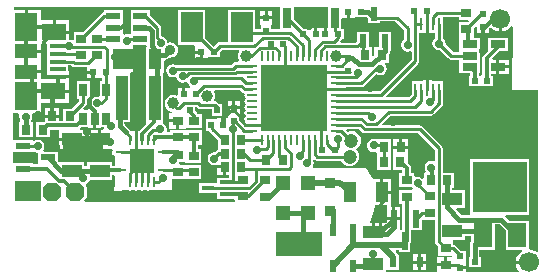
<source format=gtl>
G04 Layer_Physical_Order=1*
G04 Layer_Color=255*
%FSLAX25Y25*%
%MOIN*%
G70*
G01*
G75*
%ADD10R,0.03543X0.03150*%
%ADD11R,0.03150X0.03543*%
%ADD12R,0.06693X0.04331*%
%ADD13R,0.04331X0.06693*%
%ADD14O,0.00984X0.03543*%
%ADD15O,0.03543X0.00984*%
%ADD16R,0.22441X0.22441*%
%ADD17R,0.02559X0.04331*%
%ADD18R,0.02362X0.04528*%
%ADD19R,0.02756X0.03543*%
%ADD20R,0.05118X0.02756*%
%ADD21R,0.05118X0.02362*%
%ADD22R,0.04331X0.01575*%
%ADD23R,0.03937X0.14961*%
%ADD24R,0.04500X0.04500*%
%ADD25R,0.00984X0.04331*%
%ADD26R,0.02165X0.03937*%
%ADD27O,0.03543X0.00787*%
%ADD28O,0.00787X0.03543*%
%ADD29R,0.08071X0.08071*%
%ADD30R,0.03543X0.03543*%
%ADD31R,0.05433X0.01772*%
%ADD32R,0.08268X0.05807*%
%ADD33R,0.07874X0.05807*%
%ADD34R,0.07480X0.04626*%
%ADD35R,0.07480X0.09350*%
%ADD36R,0.04724X0.02362*%
%ADD37R,0.01969X0.02362*%
%ADD38R,0.02362X0.01969*%
%ADD39R,0.02953X0.07087*%
%ADD40R,0.07480X0.10236*%
%ADD41R,0.06299X0.07874*%
%ADD42R,0.18110X0.16929*%
%ADD43R,0.02165X0.05906*%
%ADD44R,0.02480X0.03268*%
%ADD45C,0.00984*%
%ADD46C,0.01575*%
%ADD47C,0.01181*%
%ADD48C,0.01969*%
%ADD49R,0.13780X0.06496*%
%ADD50R,0.07480X0.06890*%
%ADD51C,0.06693*%
%ADD52C,0.03937*%
%ADD53C,0.04724*%
%ADD54R,0.09055X0.07087*%
%ADD55R,0.15748X0.07874*%
G04:AMPARAMS|DCode=56|XSize=59.06mil|YSize=59.06mil|CornerRadius=0mil|HoleSize=0mil|Usage=FLASHONLY|Rotation=90.000|XOffset=0mil|YOffset=0mil|HoleType=Round|Shape=Octagon|*
%AMOCTAGOND56*
4,1,8,0.01476,0.02953,-0.01476,0.02953,-0.02953,0.01476,-0.02953,-0.01476,-0.01476,-0.02953,0.01476,-0.02953,0.02953,-0.01476,0.02953,0.01476,0.01476,0.02953,0.0*
%
%ADD56OCTAGOND56*%

%ADD57C,0.02756*%
%ADD58C,0.01969*%
%ADD59C,0.03543*%
G36*
X12244Y-15748D02*
Y-18307D01*
Y-22425D01*
X12032D01*
Y-23811D01*
X15748D01*
X19465D01*
Y-22425D01*
X19252D01*
Y-20497D01*
X20271D01*
X20479Y-20706D01*
X20903Y-20989D01*
X21402Y-21088D01*
X25398D01*
Y-22335D01*
X27579D01*
Y-22835D01*
X28079D01*
Y-24819D01*
X29760D01*
Y-24819D01*
X29902Y-24606D01*
X30487D01*
Y-25787D01*
X29724D01*
Y-30607D01*
X29338Y-30925D01*
X29037Y-30865D01*
X28192Y-31033D01*
X27476Y-31511D01*
X26997Y-32228D01*
X26829Y-33073D01*
X26997Y-33917D01*
X27402Y-34524D01*
X27228Y-35024D01*
X25772D01*
Y-35236D01*
X24545D01*
X24354Y-34774D01*
X25234Y-33895D01*
X25516Y-33472D01*
X25616Y-32972D01*
Y-31693D01*
X26378D01*
Y-25787D01*
X22244D01*
Y-31693D01*
X23006D01*
Y-32432D01*
X20498Y-34941D01*
X17618D01*
Y-39048D01*
X16256D01*
Y-38000D01*
X13878D01*
X11500D01*
Y-39332D01*
X11443Y-39370D01*
X8465D01*
Y-44488D01*
X13189D01*
Y-41858D01*
X15747D01*
X16224Y-41913D01*
X16224Y-42358D01*
Y-44579D01*
X24917D01*
Y-41913D01*
X23367D01*
X23170Y-41443D01*
X23452Y-41142D01*
X25772D01*
Y-41354D01*
X27551D01*
Y-38189D01*
X28551D01*
Y-41354D01*
X30331D01*
Y-41142D01*
X31049D01*
X31210Y-41452D01*
X30913Y-41913D01*
X30323D01*
Y-45079D01*
Y-48244D01*
X33836D01*
X34103Y-48744D01*
X34022Y-48866D01*
X33914Y-49409D01*
X34022Y-49953D01*
X34330Y-50414D01*
X34752Y-50696D01*
X34749Y-54107D01*
X33957D01*
Y-52756D01*
X25689D01*
Y-54103D01*
X24705D01*
Y-52756D01*
X16437D01*
X16437Y-52756D01*
Y-52756D01*
X16029Y-52538D01*
X15748Y-52257D01*
Y-49213D01*
X11177D01*
X10910Y-48713D01*
X11194Y-48288D01*
X11362Y-47443D01*
X11194Y-46598D01*
X10715Y-45882D01*
X9999Y-45404D01*
X9154Y-45235D01*
X8309Y-45404D01*
X7980Y-45623D01*
X7480Y-45472D01*
Y-45472D01*
X7480Y-45472D01*
X1302D01*
X949Y-45118D01*
X975Y-36482D01*
X2704D01*
X3033Y-36982D01*
X2910Y-37598D01*
X3078Y-38443D01*
X3364Y-38870D01*
X3096Y-39370D01*
X2953D01*
Y-44488D01*
X7677D01*
Y-39370D01*
X6921D01*
Y-38798D01*
X7158Y-38443D01*
X7326Y-37598D01*
X7203Y-36982D01*
X7532Y-36482D01*
X10055D01*
Y-32939D01*
X13870D01*
Y-29035D01*
X14370D01*
Y-28535D01*
X19504D01*
Y-25132D01*
X19465D01*
Y-24811D01*
X15748D01*
X12032D01*
Y-25132D01*
X10055D01*
Y-23039D01*
X5315D01*
Y-22039D01*
X10055D01*
Y-19226D01*
X10055D01*
Y-19160D01*
X10055D01*
Y-16346D01*
X5315D01*
Y-15347D01*
X10055D01*
Y-13254D01*
X12244D01*
Y-15748D01*
D02*
G37*
G36*
X141510Y-79232D02*
X141610Y-79732D01*
X141893Y-80155D01*
X142520Y-80782D01*
Y-83858D01*
X147128D01*
X147403Y-84358D01*
X147356Y-84433D01*
X145579D01*
Y-87008D01*
X145079D01*
Y-87508D01*
X142307D01*
Y-89468D01*
X125098D01*
Y-88610D01*
X125571Y-88543D01*
Y-88543D01*
X129626D01*
Y-83701D01*
X129287D01*
X129267Y-83600D01*
X128876Y-83014D01*
X128445Y-82583D01*
X128636Y-82121D01*
X129626D01*
Y-82776D01*
X133366D01*
Y-79601D01*
X133385Y-79573D01*
X133492Y-79035D01*
Y-75295D01*
X137106D01*
Y-72506D01*
X137205Y-72047D01*
X141510D01*
Y-79232D01*
D02*
G37*
G36*
X113118Y-4543D02*
X114799D01*
Y-4543D01*
X114941Y-4331D01*
X118792D01*
X119291Y-4830D01*
Y-6496D01*
X123228D01*
Y-5832D01*
X128298D01*
X131176Y-8710D01*
Y-11949D01*
X130919Y-12120D01*
X130441Y-12836D01*
X130272Y-13681D01*
X130441Y-14526D01*
X130919Y-15242D01*
X131635Y-15721D01*
X132480Y-15889D01*
X133235Y-15739D01*
X133735Y-16003D01*
Y-18456D01*
X123082Y-29109D01*
X111742D01*
X111607Y-28945D01*
X108563D01*
Y-27945D01*
X111607D01*
X111742Y-27781D01*
X117027D01*
X117527Y-27682D01*
X117950Y-27399D01*
X122006Y-23343D01*
X122383Y-23595D01*
X123228Y-23763D01*
X124073Y-23595D01*
X124790Y-23116D01*
X125268Y-22400D01*
X125436Y-21555D01*
X125268Y-20710D01*
X124851Y-20087D01*
X125011Y-19587D01*
X126083D01*
Y-16936D01*
X126135Y-16883D01*
X126483Y-16363D01*
X126606Y-15748D01*
X126898Y-15354D01*
X126969D01*
Y-9252D01*
X123031D01*
Y-14469D01*
X121358D01*
Y-17117D01*
X121008Y-17406D01*
X120571Y-17219D01*
Y-14469D01*
X119488D01*
Y-9252D01*
X115551D01*
Y-12427D01*
X115108Y-12869D01*
X110101D01*
X109910Y-12408D01*
X110155Y-12163D01*
X110390Y-11811D01*
X111201D01*
Y-8268D01*
X110315D01*
Y-4993D01*
X110437Y-4543D01*
X112118D01*
Y-2559D01*
X113118D01*
Y-4543D01*
D02*
G37*
G36*
X8309Y-49483D02*
X9055Y-49631D01*
Y-53150D01*
X8733Y-53516D01*
X7480D01*
Y-52953D01*
X1279D01*
X926Y-52599D01*
X936Y-49409D01*
X7480D01*
X7480Y-49409D01*
Y-49409D01*
X7980Y-49263D01*
X8309Y-49483D01*
D02*
G37*
G36*
X117175Y-42655D02*
X117598Y-42938D01*
X118097Y-43037D01*
X135877D01*
X141510Y-48670D01*
Y-52204D01*
X141010Y-52471D01*
X140263Y-52323D01*
X139418Y-52491D01*
X138702Y-52969D01*
X138223Y-53685D01*
X138055Y-54530D01*
X138223Y-55375D01*
X138441Y-55701D01*
X138173Y-56201D01*
X137795D01*
Y-58053D01*
X137295Y-58218D01*
X136678Y-57806D01*
X135833Y-57638D01*
X135146Y-57775D01*
X134646Y-57479D01*
Y-56398D01*
X133492D01*
Y-54823D01*
X133385Y-54285D01*
X133080Y-53829D01*
X132382Y-53131D01*
Y-50508D01*
X132693D01*
Y-48236D01*
X130118D01*
X127543D01*
Y-50508D01*
X127657D01*
Y-55315D01*
X130592D01*
X130682Y-55405D01*
Y-56398D01*
X129528D01*
Y-61122D01*
X133915D01*
X134122Y-61409D01*
X133917Y-61910D01*
X129528D01*
Y-66634D01*
X130682D01*
Y-75295D01*
X130038D01*
X129839Y-75295D01*
X129839Y-75096D01*
Y-72055D01*
X125673D01*
Y-72683D01*
X125311Y-73016D01*
X121465D01*
Y-76181D01*
X120465D01*
Y-73016D01*
X120164D01*
X119883Y-72602D01*
X121358Y-68898D01*
X121413Y-67142D01*
X123221D01*
Y-62795D01*
Y-58449D01*
X121041D01*
X118701Y-54626D01*
X101034D01*
X100767Y-54126D01*
X101014Y-53756D01*
X101182Y-52911D01*
X101028Y-52139D01*
X101271Y-51897D01*
X101405Y-51808D01*
X101828Y-52091D01*
X102327Y-52190D01*
X110222D01*
X110339Y-52474D01*
X110844Y-53132D01*
X111502Y-53637D01*
X112268Y-53954D01*
X113091Y-54063D01*
X113913Y-53954D01*
X114679Y-53637D01*
X115337Y-53132D01*
X115842Y-52474D01*
X116159Y-51708D01*
X116267Y-50886D01*
X116159Y-50064D01*
X115842Y-49297D01*
X115451Y-48788D01*
X115363Y-48562D01*
X115507Y-48140D01*
X115927Y-47817D01*
X116432Y-47159D01*
X116750Y-46393D01*
X116858Y-45571D01*
X116750Y-44749D01*
X116432Y-43982D01*
X115927Y-43325D01*
X115269Y-42820D01*
X114503Y-42502D01*
X113681Y-42394D01*
X112859Y-42502D01*
X112575Y-42620D01*
X111978Y-42022D01*
X112169Y-41561D01*
X116081D01*
X117175Y-42655D01*
D02*
G37*
G36*
X45444Y-13937D02*
X45484Y-14138D01*
X45374Y-14272D01*
X45374D01*
Y-22539D01*
X45374D01*
X45374Y-22933D01*
X45374D01*
Y-38287D01*
D01*
Y-39469D01*
X45374Y-39469D01*
X45374D01*
X45207Y-39908D01*
X42907Y-42209D01*
X39891D01*
X39869Y-42102D01*
X39521Y-41581D01*
X38210Y-40270D01*
X38091Y-40151D01*
D01*
X38023Y-40083D01*
Y-39469D01*
X39862D01*
Y-38287D01*
D01*
Y-22933D01*
X40287Y-22752D01*
X40862D01*
Y-18905D01*
X37697D01*
Y-17906D01*
X40862D01*
Y-14059D01*
X40862Y-14059D01*
X40919Y-13583D01*
X45125D01*
X45444Y-13937D01*
D02*
G37*
G36*
X149409Y-5315D02*
X152542D01*
X152729Y-5752D01*
X152440Y-6102D01*
X149409D01*
Y-10827D01*
X149686D01*
X149705Y-11319D01*
X149705D01*
Y-15920D01*
X147489D01*
X145061Y-13492D01*
X145121Y-13189D01*
X144953Y-12344D01*
X144474Y-11628D01*
X144218Y-11456D01*
Y-6594D01*
X144193Y-6469D01*
Y-4257D01*
X149409D01*
Y-5315D01*
D02*
G37*
G36*
X163787Y-9239D02*
X164422Y-9156D01*
X165479Y-8718D01*
X166387Y-8021D01*
X166899Y-7355D01*
X167398Y-7525D01*
X167323Y-28543D01*
X175886D01*
X175973Y-82421D01*
X175473Y-82668D01*
X175027Y-82325D01*
X173969Y-81888D01*
X172933Y-81751D01*
Y-72441D01*
X166542D01*
X164877Y-70776D01*
X164919Y-70528D01*
X165059Y-70276D01*
X172933D01*
Y-51772D01*
X153248D01*
Y-70245D01*
X150370D01*
X148599Y-68474D01*
X148790Y-68012D01*
X151476D01*
Y-62106D01*
X147275D01*
Y-61319D01*
X148031D01*
Y-56201D01*
X144120D01*
Y-48130D01*
X144020Y-47631D01*
X143737Y-47207D01*
X137340Y-40810D01*
X136917Y-40527D01*
X136417Y-40428D01*
X124177D01*
X123986Y-39966D01*
X126722Y-37230D01*
X140159D01*
X140659Y-37130D01*
X141082Y-36848D01*
X143836Y-34094D01*
X144119Y-33670D01*
X144218Y-33171D01*
Y-28642D01*
X144193Y-28516D01*
Y-25689D01*
X140469D01*
Y-25476D01*
X139476D01*
Y-28642D01*
X138476D01*
Y-25476D01*
X137484D01*
Y-25689D01*
X133760D01*
Y-28516D01*
X133735Y-28642D01*
Y-30063D01*
X132720Y-31077D01*
X125456D01*
X125265Y-30615D01*
X135962Y-19918D01*
X136245Y-19495D01*
X136344Y-18996D01*
Y-9547D01*
X137484D01*
Y-9760D01*
X138476D01*
Y-6594D01*
X139476D01*
Y-9760D01*
X140469D01*
Y-9547D01*
X141609D01*
Y-11456D01*
X141352Y-11628D01*
X140874Y-12344D01*
X140706Y-13189D01*
X140874Y-14034D01*
X141352Y-14750D01*
X142069Y-15229D01*
X142913Y-15397D01*
X143216Y-15337D01*
X146026Y-18147D01*
X146450Y-18430D01*
X146949Y-18529D01*
X149705D01*
Y-23130D01*
X153230D01*
X153339Y-23239D01*
Y-23917D01*
X152776D01*
Y-27461D01*
X156567D01*
X157067Y-27461D01*
X157213Y-27461D01*
X161004D01*
Y-23917D01*
X160165D01*
Y-23343D01*
X162000D01*
Y-20965D01*
Y-18587D01*
X160856D01*
X160649Y-18087D01*
X163086Y-15650D01*
X165847D01*
Y-11319D01*
X159153D01*
Y-15608D01*
X157766Y-16996D01*
X157462Y-17451D01*
X157355Y-17989D01*
Y-23476D01*
X156855Y-23917D01*
X156649D01*
X156149Y-23719D01*
Y-23130D01*
X156398D01*
Y-19390D01*
Y-15650D01*
Y-11319D01*
X154547D01*
X154528Y-10827D01*
X154528D01*
Y-7991D01*
X155132Y-7386D01*
X155595Y-7577D01*
Y-9839D01*
X157079D01*
Y-7658D01*
X158079D01*
Y-9839D01*
X159563D01*
Y-7985D01*
X160036Y-7824D01*
X160187Y-8021D01*
X161095Y-8718D01*
X162153Y-9156D01*
X162787Y-9239D01*
Y-4921D01*
X163787D01*
Y-9239D01*
D02*
G37*
G36*
X165059Y-75499D02*
Y-81890D01*
X170484D01*
X170559Y-82390D01*
X169735Y-83022D01*
X169038Y-83930D01*
X168600Y-84987D01*
X168517Y-85622D01*
X172835D01*
Y-86622D01*
X168517D01*
X168600Y-87257D01*
X169038Y-88314D01*
X169540Y-88968D01*
X169294Y-89468D01*
X151984D01*
Y-88492D01*
X149803D01*
Y-87492D01*
X151984D01*
Y-86008D01*
X151984D01*
X151772Y-85827D01*
Y-82284D01*
X150270D01*
X148560Y-80574D01*
X148137Y-80291D01*
X147638Y-80191D01*
Y-79134D01*
X147638D01*
X147657Y-78642D01*
X151476D01*
Y-77393D01*
X153642D01*
Y-78832D01*
X153589Y-78884D01*
X153241Y-79405D01*
X153119Y-80020D01*
X153119Y-80020D01*
Y-84252D01*
X152953D01*
Y-87795D01*
X156890D01*
Y-84252D01*
X156330D01*
Y-81890D01*
X161516D01*
Y-73456D01*
X163016D01*
X165059Y-75499D01*
D02*
G37*
G36*
X89882Y-8243D02*
X87008D01*
Y-7239D01*
X87221Y-6827D01*
X87221Y-6557D01*
Y-5146D01*
X83252D01*
Y-6827D01*
X83465Y-7239D01*
Y-8243D01*
X81693D01*
Y-1870D01*
X72638D01*
Y-12672D01*
X69961D01*
X69461Y-12771D01*
X69038Y-13054D01*
X67894Y-14198D01*
X64961Y-11265D01*
Y-1870D01*
X55905D01*
Y-13681D01*
X61127D01*
X61421Y-14059D01*
Y-15543D01*
X63602D01*
Y-16043D01*
X64102D01*
Y-18027D01*
X65784D01*
Y-18028D01*
X65925Y-17815D01*
X69862D01*
Y-15920D01*
X70501Y-15281D01*
X76082D01*
X76328Y-15781D01*
X76136Y-16031D01*
X75858Y-16702D01*
X75764Y-17421D01*
X75858Y-18141D01*
X76117Y-18766D01*
X75986Y-19133D01*
X75920Y-19266D01*
X75232D01*
X74733Y-19366D01*
X74309Y-19648D01*
X73707Y-20251D01*
X55049D01*
X54981Y-20206D01*
X54137Y-20037D01*
X53292Y-20206D01*
X52575Y-20684D01*
X52097Y-21400D01*
X51929Y-22245D01*
X52097Y-23090D01*
X52575Y-23806D01*
X53292Y-24285D01*
X54137Y-24453D01*
X54825Y-24316D01*
X55386Y-24570D01*
X55443Y-24862D01*
X55922Y-25578D01*
X56638Y-26057D01*
X57483Y-26225D01*
X58328Y-26057D01*
X58553Y-25906D01*
X59015Y-26098D01*
X59082Y-26435D01*
X59561Y-27152D01*
X60034Y-27468D01*
X59947Y-27937D01*
X59760Y-27937D01*
X59760Y-27937D01*
X59760Y-27937D01*
X58276D01*
Y-30118D01*
X57276D01*
Y-27937D01*
X55791D01*
Y-30250D01*
X55291Y-30584D01*
X55050Y-30484D01*
X54331Y-30390D01*
X53611Y-30484D01*
X52941Y-30762D01*
X52365Y-31204D01*
X51923Y-31780D01*
X51646Y-32450D01*
X51551Y-33169D01*
X51646Y-33889D01*
X51923Y-34559D01*
X52365Y-35135D01*
X52941Y-35577D01*
X53611Y-35854D01*
X53971Y-35902D01*
X53938Y-36402D01*
X52937D01*
Y-38476D01*
X55709D01*
Y-38976D01*
X56209D01*
Y-41551D01*
X58480D01*
Y-41551D01*
X58661Y-41339D01*
X63779D01*
Y-36614D01*
X62483D01*
X62214Y-36211D01*
X61516Y-35513D01*
Y-34413D01*
X62016Y-34333D01*
X62414Y-34732D01*
X62837Y-35014D01*
X63337Y-35114D01*
X67126D01*
Y-37205D01*
X70669D01*
Y-33268D01*
X69561D01*
X69180Y-32887D01*
X68757Y-32604D01*
X68258Y-32504D01*
X68206D01*
X67997Y-32004D01*
X68236Y-31428D01*
X68331Y-30709D01*
X68236Y-29989D01*
X67958Y-29319D01*
X67842Y-29167D01*
X68088Y-28667D01*
X76428D01*
X77129Y-29367D01*
X77552Y-29650D01*
X77701Y-29680D01*
X78053Y-29874D01*
X78059Y-30250D01*
X78026Y-30413D01*
X78125Y-30913D01*
X78408Y-31336D01*
Y-31459D01*
X78125Y-31883D01*
X78026Y-32382D01*
X78125Y-32881D01*
X78408Y-33304D01*
Y-33428D01*
X78125Y-33851D01*
X78026Y-34350D01*
X78125Y-34850D01*
X78408Y-35273D01*
Y-35396D01*
X78125Y-35820D01*
X78026Y-36319D01*
X78125Y-36818D01*
X78408Y-37241D01*
Y-37365D01*
X78125Y-37788D01*
X78026Y-38287D01*
X78125Y-38787D01*
X78285Y-39026D01*
X78255Y-39180D01*
X77937Y-39656D01*
X77880Y-39725D01*
X77404Y-39830D01*
X76165Y-38592D01*
Y-37270D01*
X76378Y-36858D01*
X76378Y-36588D01*
Y-35177D01*
X72409D01*
Y-36858D01*
X72622Y-37270D01*
Y-37820D01*
X72268Y-38173D01*
X71366D01*
Y-40354D01*
X70366D01*
Y-38173D01*
X68882D01*
Y-38173D01*
X68701Y-38386D01*
X65158D01*
Y-42323D01*
X66244D01*
X66400Y-42556D01*
X69095Y-45250D01*
Y-47293D01*
X69095D01*
Y-48561D01*
X68648Y-48859D01*
X68101Y-49406D01*
X67917Y-49369D01*
X67072Y-49538D01*
X66356Y-50016D01*
X65877Y-50732D01*
X65709Y-51577D01*
X65877Y-52422D01*
X66356Y-53139D01*
X67072Y-53617D01*
X67917Y-53785D01*
X68382Y-53693D01*
X68432Y-53732D01*
X71457D01*
Y-54232D01*
X71957D01*
Y-57004D01*
X73006D01*
Y-57874D01*
X68799D01*
Y-59342D01*
X68799Y-59842D01*
X62894D01*
Y-62992D01*
X68799D01*
X68799Y-63492D01*
Y-64961D01*
X74705D01*
X74902Y-65379D01*
Y-65945D01*
X24767D01*
X24576Y-65483D01*
X25394Y-64665D01*
Y-60925D01*
X25152Y-60684D01*
X25295Y-60120D01*
X25873Y-59733D01*
X26352Y-59017D01*
X26423Y-58661D01*
X33957D01*
Y-57070D01*
X34360Y-56998D01*
X34747Y-57343D01*
X34744Y-60039D01*
X34547Y-62205D01*
X39494Y-62175D01*
X39862Y-62248D01*
X40254Y-62170D01*
X41404Y-62163D01*
X41831Y-62248D01*
X42284Y-62157D01*
X43314Y-62151D01*
X43799Y-62248D01*
X44315Y-62145D01*
X45224Y-62140D01*
X45768Y-62248D01*
X46312Y-62140D01*
X46340Y-62120D01*
X53839Y-61992D01*
Y-58268D01*
X58366D01*
X58563Y-58465D01*
Y-58465D01*
X63681D01*
Y-53740D01*
X58563D01*
X58366Y-53543D01*
Y-53543D01*
X56384D01*
X56133Y-53082D01*
X56336Y-52756D01*
X58145D01*
X58563Y-52953D01*
Y-52953D01*
X58563Y-52953D01*
X63681D01*
Y-48228D01*
X62527D01*
Y-46850D01*
X63779D01*
Y-42126D01*
X58661D01*
Y-42126D01*
X58268Y-42126D01*
Y-42126D01*
X53150D01*
Y-42537D01*
X52650Y-42744D01*
X52114Y-42209D01*
X52043Y-42122D01*
X52101Y-41831D01*
X51933Y-40986D01*
X51455Y-40270D01*
X50978Y-39951D01*
X50886Y-39469D01*
X50886D01*
X50886Y-39469D01*
Y-22933D01*
X51142Y-22539D01*
X51279D01*
Y-18989D01*
X51578Y-18633D01*
X52193Y-18511D01*
X52714Y-18163D01*
X52976Y-17900D01*
X53251Y-17936D01*
X53919Y-17848D01*
X54541Y-17590D01*
X55076Y-17180D01*
X55486Y-16646D01*
X55744Y-16023D01*
X55832Y-15355D01*
X55744Y-14687D01*
X55486Y-14064D01*
X55076Y-13530D01*
X54541Y-13120D01*
X53919Y-12862D01*
X53251Y-12774D01*
X52583Y-12862D01*
X52247Y-12683D01*
X52141Y-12148D01*
X51662Y-11432D01*
X50946Y-10953D01*
X50263Y-10817D01*
X50224Y-10779D01*
Y-8086D01*
X50125Y-7587D01*
X49842Y-7164D01*
X46457Y-3778D01*
Y-2165D01*
X40157D01*
Y-6102D01*
Y-9788D01*
X40058Y-9900D01*
X39658Y-10133D01*
X38978Y-9997D01*
X38133Y-10166D01*
X38043Y-10226D01*
X37614Y-9911D01*
Y-8374D01*
X34252D01*
Y-7374D01*
X37614D01*
Y-5693D01*
X37402D01*
Y-2165D01*
X31102D01*
Y-2829D01*
X30603Y-2929D01*
X30180Y-3211D01*
X24139Y-9252D01*
X21063D01*
Y-11927D01*
X20622Y-12162D01*
X20433Y-12036D01*
X19588Y-11868D01*
X19504Y-11799D01*
Y-9850D01*
X14567D01*
Y-9350D01*
X14067D01*
Y-5447D01*
X10055D01*
Y-1904D01*
X5815D01*
Y-7579D01*
X4815D01*
Y-1904D01*
X1434D01*
X1081Y-1550D01*
X1083Y-1083D01*
X1123Y-984D01*
X89882D01*
Y-8243D01*
D02*
G37*
G36*
X105787Y-8055D02*
X105441D01*
Y-10039D01*
X104441D01*
Y-8055D01*
X102760D01*
Y-8055D01*
X102252D01*
Y-10039D01*
X101252D01*
Y-8055D01*
X99571D01*
Y-8055D01*
X99429Y-8268D01*
X97731D01*
X94410Y-4946D01*
Y-984D01*
X105787D01*
Y-8055D01*
D02*
G37*
%LPC*%
G36*
X24917Y-45579D02*
X21071D01*
Y-48244D01*
X24917D01*
Y-45579D01*
D02*
G37*
G36*
X121069Y-44940D02*
X120224Y-45108D01*
X119508Y-45587D01*
X119029Y-46303D01*
X118861Y-47148D01*
X119029Y-47993D01*
X119508Y-48709D01*
X120224Y-49188D01*
X121069Y-49356D01*
X121744Y-49221D01*
X122244Y-49523D01*
Y-50197D01*
X122146D01*
Y-55315D01*
X126870D01*
Y-50295D01*
X126969D01*
Y-45177D01*
X122244D01*
X122244Y-45177D01*
X121916Y-45110D01*
X121914Y-45108D01*
X121069Y-44940D01*
D02*
G37*
G36*
X138618Y-86622D02*
X136878D01*
Y-88756D01*
X138618D01*
Y-86622D01*
D02*
G37*
G36*
X135878D02*
X134138D01*
Y-88756D01*
X135878D01*
Y-86622D01*
D02*
G37*
G36*
X20071Y-45579D02*
X16224D01*
Y-48244D01*
X20071D01*
Y-45579D01*
D02*
G37*
G36*
X70957Y-54732D02*
X68882D01*
Y-57004D01*
X70957D01*
Y-54732D01*
D02*
G37*
G36*
X138618Y-83488D02*
X136878D01*
Y-85622D01*
X138618D01*
Y-83488D01*
D02*
G37*
G36*
X135878D02*
X134138D01*
Y-85622D01*
X135878D01*
Y-83488D01*
D02*
G37*
G36*
X144579Y-84433D02*
X142307D01*
Y-86508D01*
X144579D01*
Y-84433D01*
D02*
G37*
G36*
X126886Y-58449D02*
X124221D01*
Y-62295D01*
X126886D01*
Y-58449D01*
D02*
G37*
G36*
X129839Y-67602D02*
X128256D01*
Y-71055D01*
X129839D01*
Y-67602D01*
D02*
G37*
G36*
X126886Y-63295D02*
X124221D01*
Y-67142D01*
X125578D01*
X125673Y-67602D01*
X125673D01*
Y-71055D01*
X127256D01*
Y-67602D01*
X126981D01*
X126886Y-67142D01*
X126886D01*
Y-63295D01*
D02*
G37*
G36*
X29323Y-45579D02*
X25476D01*
Y-48244D01*
X29323D01*
Y-45579D01*
D02*
G37*
G36*
X166059Y-21464D02*
X163000D01*
Y-23343D01*
X166059D01*
Y-21464D01*
D02*
G37*
G36*
Y-18587D02*
X163000D01*
Y-20464D01*
X166059D01*
Y-18587D01*
D02*
G37*
G36*
X19504Y-29535D02*
X14870D01*
Y-32939D01*
X19504D01*
Y-29535D01*
D02*
G37*
G36*
X27079Y-23335D02*
X25398D01*
Y-24819D01*
X27079D01*
Y-23335D01*
D02*
G37*
G36*
X84736Y-2465D02*
X83252D01*
Y-4146D01*
X84736D01*
Y-2465D01*
D02*
G37*
G36*
X87221D02*
X85736D01*
Y-4146D01*
X87221D01*
Y-2465D01*
D02*
G37*
G36*
X63102Y-16543D02*
X61421D01*
Y-18027D01*
X63102D01*
Y-16543D01*
D02*
G37*
G36*
X19504Y-5447D02*
X15067D01*
Y-8850D01*
X19504D01*
Y-5447D01*
D02*
G37*
G36*
X29323Y-41913D02*
X25476D01*
Y-44579D01*
X29323D01*
Y-41913D01*
D02*
G37*
G36*
X55209Y-39476D02*
X52937D01*
Y-41551D01*
X55209D01*
Y-39476D01*
D02*
G37*
G36*
X129618Y-44965D02*
X127543D01*
Y-47236D01*
X129618D01*
Y-44965D01*
D02*
G37*
G36*
X132693D02*
X130618D01*
Y-47236D01*
X132693D01*
Y-44965D01*
D02*
G37*
G36*
X73894Y-32496D02*
X72409D01*
Y-34177D01*
X73894D01*
Y-32496D01*
D02*
G37*
G36*
X76378D02*
X74894D01*
Y-34177D01*
X76378D01*
Y-32496D01*
D02*
G37*
G36*
X13378Y-34728D02*
X11500D01*
Y-37000D01*
X13378D01*
Y-34728D01*
D02*
G37*
G36*
X16256D02*
X14378D01*
Y-37000D01*
X16256D01*
Y-34728D01*
D02*
G37*
%LPD*%
D10*
X55709Y-38976D02*
D03*
Y-44488D02*
D03*
X55807Y-50394D02*
D03*
Y-55905D02*
D03*
X61221Y-44488D02*
D03*
Y-38976D02*
D03*
X61122Y-50591D02*
D03*
Y-56102D02*
D03*
X77461Y-64173D02*
D03*
Y-58661D02*
D03*
X84842Y-58760D02*
D03*
Y-64272D02*
D03*
X28839Y-17126D02*
D03*
Y-11614D02*
D03*
X23622D02*
D03*
Y-17126D02*
D03*
X132087Y-64272D02*
D03*
Y-58760D02*
D03*
X151969Y-2953D02*
D03*
Y-8465D02*
D03*
X139764Y-64173D02*
D03*
Y-69685D02*
D03*
X145079Y-81496D02*
D03*
Y-87008D02*
D03*
D11*
X71457Y-45472D02*
D03*
X76968D02*
D03*
X10827Y-41929D02*
D03*
X5315D02*
D03*
X71457Y-54232D02*
D03*
X76968D02*
D03*
X123721Y-17028D02*
D03*
X118209D02*
D03*
X71457Y-49852D02*
D03*
X76968D02*
D03*
X130118Y-47736D02*
D03*
X124606D02*
D03*
X130020Y-52756D02*
D03*
X124508D02*
D03*
X90847Y-52067D02*
D03*
X85335D02*
D03*
X145669Y-58760D02*
D03*
X140157D02*
D03*
D12*
X120965Y-76181D02*
D03*
Y-86811D02*
D03*
X20571Y-45079D02*
D03*
Y-55709D02*
D03*
X29823Y-45079D02*
D03*
Y-55709D02*
D03*
X147343Y-75689D02*
D03*
Y-65059D02*
D03*
D13*
X37697Y-18406D02*
D03*
X48327D02*
D03*
X123721Y-62795D02*
D03*
X113091D02*
D03*
D14*
X105413Y-17421D02*
D03*
X103445D02*
D03*
X101476D02*
D03*
X99508D02*
D03*
X97539D02*
D03*
X95571D02*
D03*
X93602D02*
D03*
X91634D02*
D03*
X89665D02*
D03*
X87697D02*
D03*
X85728D02*
D03*
X83760D02*
D03*
Y-45374D02*
D03*
X85728D02*
D03*
X87697D02*
D03*
X89665D02*
D03*
X91634D02*
D03*
X93602D02*
D03*
X95571D02*
D03*
X97539D02*
D03*
X99508D02*
D03*
X101476D02*
D03*
X103445D02*
D03*
X105413D02*
D03*
D15*
X80610Y-20571D02*
D03*
Y-22539D02*
D03*
Y-24508D02*
D03*
Y-26476D02*
D03*
Y-28445D02*
D03*
Y-30413D02*
D03*
Y-32382D02*
D03*
Y-34350D02*
D03*
Y-36319D02*
D03*
Y-38287D02*
D03*
Y-40256D02*
D03*
Y-42224D02*
D03*
X108563D02*
D03*
Y-40256D02*
D03*
Y-38287D02*
D03*
Y-36319D02*
D03*
Y-34350D02*
D03*
Y-32382D02*
D03*
Y-30413D02*
D03*
Y-28445D02*
D03*
Y-26476D02*
D03*
Y-24508D02*
D03*
Y-22539D02*
D03*
Y-20571D02*
D03*
D16*
X94587Y-31398D02*
D03*
D17*
X24311Y-28740D02*
D03*
X31791D02*
D03*
Y-38189D02*
D03*
X28051D02*
D03*
X24311D02*
D03*
D18*
X121260Y-3445D02*
D03*
X125000Y-12303D02*
D03*
X117520D02*
D03*
D19*
X13878Y-37500D02*
D03*
X19783D02*
D03*
D20*
X153051Y-13484D02*
D03*
Y-17224D02*
D03*
Y-20965D02*
D03*
X162500D02*
D03*
Y-13484D02*
D03*
D21*
X12402Y-51181D02*
D03*
X4134Y-54921D02*
D03*
Y-47441D02*
D03*
D22*
X65847Y-61417D02*
D03*
X71752Y-59449D02*
D03*
Y-63386D02*
D03*
D23*
X48130Y-31201D02*
D03*
X37106D02*
D03*
D24*
X90945Y-59661D02*
D03*
Y-69661D02*
D03*
X99213Y-69571D02*
D03*
Y-59571D02*
D03*
D25*
X142913Y-28642D02*
D03*
X140945D02*
D03*
X138976D02*
D03*
X137008D02*
D03*
X135039D02*
D03*
Y-6594D02*
D03*
X137008D02*
D03*
X138976D02*
D03*
X140945D02*
D03*
X142913D02*
D03*
D26*
X107480Y-87205D02*
D03*
X114370D02*
D03*
Y-75394D02*
D03*
X107480D02*
D03*
D27*
X36713Y-49409D02*
D03*
Y-55315D02*
D03*
X50886D02*
D03*
Y-49409D02*
D03*
D28*
X39862Y-59449D02*
D03*
X41831D02*
D03*
X43799D02*
D03*
X45768D02*
D03*
X47736D02*
D03*
Y-45276D02*
D03*
X45768D02*
D03*
X43799D02*
D03*
X41831D02*
D03*
X39862D02*
D03*
D29*
X43799Y-52362D02*
D03*
D30*
X106693Y-69095D02*
D03*
Y-59646D02*
D03*
D31*
X15748Y-19193D02*
D03*
Y-16634D02*
D03*
Y-21752D02*
D03*
Y-24311D02*
D03*
Y-14075D02*
D03*
D32*
X14370Y-29035D02*
D03*
D33*
X14567Y-9350D02*
D03*
D34*
X5315Y-22539D02*
D03*
Y-15846D02*
D03*
D35*
Y-7579D02*
D03*
Y-30807D02*
D03*
D36*
X43307Y-4134D02*
D03*
Y-7874D02*
D03*
Y-11614D02*
D03*
X34252D02*
D03*
Y-7874D02*
D03*
Y-4134D02*
D03*
D37*
X66929Y-40354D02*
D03*
X70866D02*
D03*
X68898Y-35236D02*
D03*
X59744D02*
D03*
X57776Y-30118D02*
D03*
X61713D02*
D03*
X157579Y-7658D02*
D03*
Y-3366D02*
D03*
X85236Y-4646D02*
D03*
Y-8937D02*
D03*
X112697Y-22224D02*
D03*
Y-17933D02*
D03*
X74394Y-38969D02*
D03*
Y-34677D02*
D03*
D38*
X154921Y-86024D02*
D03*
X149803Y-87992D02*
D03*
Y-84055D02*
D03*
X91024Y-13386D02*
D03*
X86732D02*
D03*
X154744Y-25689D02*
D03*
X159035D02*
D03*
X27579Y-22835D02*
D03*
X31870D02*
D03*
X63602Y-16043D02*
D03*
X67894D02*
D03*
X138760Y-2264D02*
D03*
X134468D02*
D03*
X108248Y-48819D02*
D03*
X103957D02*
D03*
X104941Y-10039D02*
D03*
X109232D02*
D03*
X97461Y-10039D02*
D03*
X101752D02*
D03*
X116909Y-2559D02*
D03*
X112618D02*
D03*
D39*
X108051Y-4528D02*
D03*
X92146D02*
D03*
D40*
X60433Y-7776D02*
D03*
X77165D02*
D03*
D41*
X157579Y-77165D02*
D03*
X168996D02*
D03*
D42*
X163091Y-61024D02*
D03*
D43*
X135236Y-71555D02*
D03*
X127756D02*
D03*
X131496Y-79035D02*
D03*
D44*
X136378Y-86122D02*
D03*
X127598D02*
D03*
D45*
X108563Y-26476D02*
X117027D01*
X121949Y-21555D02*
X123228D01*
X117027Y-26476D02*
X121949Y-21555D01*
X115951Y-23616D02*
Y-22934D01*
Y-23919D02*
Y-22934D01*
X115361Y-24508D02*
X115951Y-23919D01*
X108563Y-24508D02*
X115361D01*
X81354Y-13976D02*
X84130Y-11201D01*
X69961Y-13976D02*
X81354D01*
X67894Y-16043D02*
X69961Y-13976D01*
X115945Y-23622D02*
X115951Y-23616D01*
X115945Y-23622D02*
X115951Y-23628D01*
X111497Y-17225D02*
X112697Y-18425D01*
X117520Y-16339D02*
Y-12303D01*
Y-16339D02*
X118209Y-17028D01*
X115649Y-14174D02*
X117520Y-12303D01*
X104822Y-14174D02*
X115649D01*
X49705Y-12896D02*
X50101Y-12500D01*
X19588Y-14075D02*
X19784Y-14272D01*
X16142Y-16634D02*
X23130D01*
X41634Y-50197D02*
X41831Y-50000D01*
Y-45276D01*
X31870Y-22835D02*
X32087Y-22618D01*
X31988Y-23228D02*
Y-22835D01*
X19784Y-14272D02*
X31299D01*
X32087Y-22618D02*
Y-15059D01*
X31299Y-14272D02*
X32087Y-15059D01*
X28839Y-11614D02*
X34252D01*
X23622D02*
X31102Y-4134D01*
X25842Y-19783D02*
X28500Y-17126D01*
X21402Y-19783D02*
X25842D01*
X31693Y-23524D02*
X31988Y-23228D01*
X49801Y-12993D02*
X50101D01*
X49705Y-12896D02*
X49801Y-12993D01*
X48920Y-11319D02*
X50101Y-12500D01*
X121069Y-47148D02*
X124018D01*
X124606Y-47736D01*
X60433Y-8583D02*
X67894Y-16043D01*
X60433Y-8583D02*
Y-7776D01*
X62008Y-24705D02*
X76870D01*
X61122Y-25591D02*
X62008Y-24705D01*
X57483Y-24017D02*
X58566D01*
X54826Y-21555D02*
X74248D01*
X54137Y-22245D02*
X54826Y-21555D01*
X59453Y-23130D02*
X74900D01*
X58566Y-24017D02*
X59453Y-23130D01*
X64567Y-27362D02*
X76968D01*
X61516Y-30413D02*
X64567Y-27362D01*
X67323Y-41634D02*
X71457Y-45768D01*
X67323Y-41634D02*
Y-40354D01*
X50886Y-55315D02*
X60335D01*
X61122Y-56102D01*
X62500Y-32972D02*
X63337Y-33809D01*
X68258D02*
X69291Y-34843D01*
X63337Y-33809D02*
X68258D01*
X71260Y-37697D02*
X73425Y-35531D01*
X71260Y-40354D02*
Y-37697D01*
X77362Y-45374D02*
X83760D01*
X74311Y-59350D02*
Y-41741D01*
X74831Y-41221D01*
X76968Y-27362D02*
X78051Y-28445D01*
X80610D01*
X76870Y-24705D02*
X78642Y-26476D01*
X80610D01*
X75490Y-22539D02*
X80610D01*
X74900Y-23130D02*
X75490Y-22539D01*
X74248Y-21555D02*
X75232Y-20571D01*
X31693Y-23524D02*
X31791Y-23622D01*
Y-28740D02*
Y-23622D01*
X28500Y-17126D02*
X28839D01*
X20811Y-19193D02*
X21402Y-19783D01*
X16142Y-19193D02*
X20811D01*
X135039Y-30603D02*
Y-28642D01*
X133261Y-32382D02*
X135039Y-30603D01*
X137008Y-32185D02*
Y-28642D01*
X134843Y-34350D02*
X137008Y-32185D01*
X87697Y-49705D02*
Y-45374D01*
X132480Y-13681D02*
Y-8169D01*
X128839Y-4528D02*
X132480Y-8169D01*
X121260Y-4528D02*
X128839D01*
X146949Y-17224D02*
X152559D01*
X142913Y-13189D02*
X146949Y-17224D01*
X142913Y-13189D02*
Y-6594D01*
X142224Y-2953D02*
X151969D01*
X140945Y-4232D02*
X142224Y-2953D01*
X140945Y-6594D02*
Y-4232D01*
X45768Y-54724D02*
X45965Y-54528D01*
X45768Y-59449D02*
Y-54724D01*
X43799Y-52756D02*
X45079Y-54035D01*
X41831Y-54331D02*
X43799Y-52362D01*
Y-52756D02*
Y-52362D01*
Y-56496D02*
Y-52756D01*
Y-52362D02*
X43799Y-52362D01*
X43799Y-56496D02*
X43799Y-56496D01*
Y-59449D02*
Y-56496D01*
X41831Y-59449D02*
Y-54331D01*
X39862Y-56299D02*
X41634Y-54528D01*
X39862Y-59449D02*
Y-56299D01*
X36713Y-49409D02*
X40846D01*
X41634Y-50197D01*
X41831Y-45276D02*
Y-41437D01*
X38386Y-42717D02*
X39862Y-44193D01*
Y-45276D02*
Y-44193D01*
X49696Y-42028D02*
X49893Y-41831D01*
X47441Y-42028D02*
X49696D01*
X45768Y-43701D02*
X47441Y-42028D01*
X45768Y-45276D02*
Y-43701D01*
X135039Y-18996D02*
Y-6594D01*
X123622Y-30413D02*
X135039Y-18996D01*
X108563Y-30413D02*
X123622D01*
X47785Y-37978D02*
Y-37549D01*
X138091Y-17520D02*
X138976Y-18406D01*
Y-28642D02*
Y-18406D01*
X138091Y-17520D02*
X138976Y-16634D01*
Y-6594D01*
X135039D02*
X137008D01*
X140945Y-32087D02*
Y-28642D01*
X97539Y-28445D02*
X98917Y-27067D01*
X94587Y-31398D02*
X97539Y-28445D01*
X108563D01*
X103445Y-45374D02*
Y-40256D01*
Y-22539D02*
X108563D01*
X98917Y-27067D02*
X103248Y-22736D01*
X103445Y-22539D01*
X91634Y-28445D02*
X94587Y-31398D01*
X80610Y-40256D02*
X85728D01*
X85925Y-40059D01*
X90256Y-35728D01*
X94587Y-31398D01*
X97539Y-49114D02*
Y-45374D01*
X96560Y-50593D02*
Y-50094D01*
X97539Y-49114D01*
X99508Y-52378D02*
Y-45374D01*
X98974Y-52911D02*
X99508Y-52378D01*
X91634Y-47977D02*
X93504Y-49847D01*
Y-54287D02*
Y-49847D01*
X92870Y-54921D02*
X93504Y-54287D01*
X91634Y-47977D02*
Y-45374D01*
X89665Y-50886D02*
X90847Y-52067D01*
X89665Y-50886D02*
Y-45374D01*
X85335Y-52067D02*
X87697Y-49705D01*
X103445Y-17421D02*
Y-15551D01*
X75232Y-20571D02*
X80610D01*
X38978Y-12205D02*
X39569Y-11614D01*
X43307D01*
X31102Y-4134D02*
X34252D01*
X4136Y-47443D02*
X9154D01*
X79921Y-52067D02*
X85335D01*
X77067Y-49213D02*
X79921Y-52067D01*
X48920Y-11319D02*
Y-8086D01*
X44967Y-4134D02*
X48920Y-8086D01*
X43307Y-4134D02*
X44967D01*
X103445Y-48307D02*
Y-45374D01*
Y-48307D02*
X103957Y-48819D01*
X103445Y-15551D02*
X104822Y-14174D01*
X110551Y-20571D02*
X112697Y-18425D01*
X108667Y-17225D02*
X111497D01*
X108563Y-20571D02*
X110551D01*
X108563Y-22539D02*
X113091D01*
X135039Y-6594D02*
Y-2835D01*
X134468Y-2264D02*
X135039Y-2835D01*
X138976Y-6594D02*
Y-2480D01*
X138760Y-2264D02*
X138976Y-2480D01*
X101476Y-15157D02*
X101611D01*
X104170Y-12599D01*
X101476Y-17421D02*
Y-15157D01*
X89665Y-17421D02*
Y-15827D01*
X91634Y-17421D02*
Y-14095D01*
X91516Y-13976D02*
X91634Y-14095D01*
Y-28445D02*
Y-17421D01*
X107873Y-12599D02*
X109232Y-11240D01*
Y-10039D01*
X108051Y-8858D02*
X109232Y-10039D01*
X104170Y-12599D02*
X107873D01*
X108051Y-8858D02*
Y-4528D01*
X99508Y-17421D02*
Y-11890D01*
X92146Y-4528D02*
X99508Y-11890D01*
X97539Y-17421D02*
Y-13815D01*
X95571Y-17421D02*
Y-14073D01*
X78543Y-17421D02*
X80253D01*
X83108Y-14567D01*
X88349D02*
X89272Y-15489D01*
Y-15619D02*
Y-15489D01*
Y-15619D02*
X89457D01*
X89665Y-15827D01*
X83108Y-14567D02*
X88349D01*
X76968Y-54232D02*
X77658Y-54921D01*
X65847Y-61417D02*
X79582D01*
X81791Y-59208D01*
Y-54921D01*
X77658D02*
X81791D01*
X92870D01*
X76673Y-59449D02*
X77461Y-58661D01*
X74311Y-59350D02*
X74410Y-59449D01*
X71752D02*
X74410D01*
X76673D01*
X108248Y-48819D02*
X109252Y-47815D01*
X107653Y-48819D02*
X108248D01*
X105413Y-46579D02*
X107653Y-48819D01*
X105413Y-46579D02*
Y-45374D01*
X31791Y-31517D02*
Y-28740D01*
X24311Y-32972D02*
Y-28740D01*
X19783Y-37500D02*
X24311Y-32972D01*
X30236Y-33073D02*
X31791Y-31517D01*
X29037Y-33073D02*
X30236D01*
X47736Y-59449D02*
X49316D01*
X50888Y-57877D01*
X101476Y-50035D02*
X102327Y-50886D01*
X101476Y-50035D02*
Y-45374D01*
X102327Y-50886D02*
X113091D01*
X77953Y-7087D02*
X80413Y-9547D01*
X93272D01*
X97539Y-13815D01*
X84130Y-11201D02*
X92699D01*
X95571Y-14073D01*
X74311Y-41741D02*
Y-39051D01*
X74394Y-38969D01*
Y-39094D02*
Y-38969D01*
X74823Y-39094D02*
X77953Y-42224D01*
X80610D01*
X74394Y-39094D02*
X74823D01*
X78211Y-40256D02*
X80610D01*
X76461Y-38505D02*
X78211Y-40256D01*
X76461Y-38505D02*
Y-37339D01*
X74653Y-35531D02*
X76461Y-37339D01*
X73425Y-35531D02*
X74653D01*
X108563Y-34350D02*
X134843D01*
X108563Y-32382D02*
X133261D01*
X110335Y-42224D02*
X113681Y-45571D01*
X109252Y-47815D02*
Y-45177D01*
X108563Y-42224D02*
X110335D01*
X118750Y-40157D02*
X121949D01*
X126181Y-35925D01*
X142913Y-33171D02*
Y-28642D01*
X126181Y-35925D02*
X140159D01*
X142913Y-33171D01*
X108563Y-36319D02*
X119291D01*
X120669Y-37697D01*
X116880Y-38287D02*
X118750Y-40157D01*
X108563Y-38287D02*
X116880D01*
X108563Y-40256D02*
X116621D01*
X118097Y-41732D01*
X136417D01*
X142815Y-48130D01*
X56299Y-34547D02*
X57874Y-32972D01*
X55216Y-34547D02*
X56299D01*
X57874Y-32972D02*
X62500D01*
X142815Y-79232D02*
X145079Y-81496D01*
X142815Y-79232D02*
Y-48130D01*
X145079Y-81496D02*
X147638D01*
X149606Y-83465D01*
X145079Y-87008D02*
X149213D01*
X149606Y-87402D01*
X83108Y-48228D02*
X85335D01*
X85728Y-47835D01*
Y-45374D01*
X85728Y-45374D02*
X85728Y-45374D01*
X124508Y-52756D02*
Y-47835D01*
X124606Y-47736D01*
X120768Y-86614D02*
Y-83366D01*
Y-86614D02*
X120965Y-86811D01*
X123228Y-66831D02*
X124606Y-65453D01*
X123228Y-73917D02*
Y-66831D01*
X120965Y-76181D02*
X123228Y-73917D01*
X135531Y-73327D02*
X135630Y-73228D01*
X135833Y-60243D02*
Y-59845D01*
Y-60243D02*
X139764Y-64173D01*
X135236Y-71555D02*
X137106Y-69685D01*
X139764D01*
D46*
X120571Y-20177D02*
X123721Y-17028D01*
X116063Y-20177D02*
X120571D01*
X113819Y-17933D02*
X116063Y-20177D01*
X112697Y-18425D02*
X112943Y-18179D01*
X112697Y-17933D02*
X113819D01*
X125000Y-15748D02*
Y-12303D01*
X123721Y-17028D02*
X125000Y-15748D01*
X47050Y-13937D02*
Y-8861D01*
Y-13937D02*
X48327Y-15214D01*
Y-17028D02*
Y-15214D01*
Y-17028D02*
X49508D01*
X120571Y-87205D02*
X120965Y-86811D01*
X114370Y-87205D02*
X120571D01*
X107480Y-75394D02*
Y-68701D01*
X48720Y-31201D02*
Y-18602D01*
X36417Y-40748D02*
X38386Y-42717D01*
X3150Y-59744D02*
X8957D01*
X5315Y-41240D02*
Y-37795D01*
X5118Y-37598D02*
X5315Y-37795D01*
X12402Y-51181D02*
X16929Y-55709D01*
X20571D02*
X29626D01*
X29823Y-55512D01*
X18209Y-55709D02*
X20571D01*
X43307Y-7874D02*
X46063D01*
X47050Y-8861D01*
X36417Y-40748D02*
Y-30906D01*
X116909Y-2559D02*
X119291D01*
X121260Y-4528D01*
X84842Y-64272D02*
X86335D01*
X90945Y-59661D01*
Y-69661D02*
X97630D01*
X97638Y-69669D01*
Y-78543D02*
Y-69669D01*
X96260Y-79921D02*
X97638Y-78543D01*
X149114Y-75787D02*
X155905D01*
X163681Y-71850D02*
X168996Y-77165D01*
X145669Y-67815D02*
X149705Y-71850D01*
X163681D01*
X145669Y-67815D02*
Y-58760D01*
X154724Y-85630D02*
Y-80020D01*
X157431Y-77313D01*
X157579Y-77165D01*
X155905Y-75787D02*
X157431Y-77313D01*
X123130Y-76181D02*
X127756Y-71555D01*
Y-74409D02*
Y-71555D01*
X125591Y-76575D02*
X127756Y-74409D01*
X122539Y-76575D02*
X125591D01*
X120965Y-76181D02*
X123130D01*
X51578Y-17028D02*
X53251Y-15355D01*
X49508Y-17028D02*
X51578D01*
X48327Y-18209D02*
X49508Y-17028D01*
D47*
X11319Y-12598D02*
X14567Y-9350D01*
X11319Y-14862D02*
Y-12598D01*
Y-14862D02*
X11516Y-15059D01*
Y-24311D02*
Y-15059D01*
Y-24311D02*
X15748D01*
X37010Y-7874D02*
X38880Y-6004D01*
X34252Y-7874D02*
X37010D01*
X132087Y-79035D02*
Y-64272D01*
X130217Y-80315D02*
X131496Y-79035D01*
X129823Y-80709D02*
X130217Y-80315D01*
X70915Y-49852D02*
X71555Y-49213D01*
X70915Y-49852D02*
X71457D01*
X69642D02*
X70915D01*
X67917Y-51577D02*
X69642Y-49852D01*
X59547Y-35531D02*
X61221Y-37205D01*
Y-38976D02*
Y-37205D01*
X47736Y-45276D02*
X48622Y-44390D01*
X56004D01*
X61024D01*
X61122Y-44488D01*
Y-50591D02*
Y-44488D01*
X27461Y-38780D02*
X28051Y-38189D01*
X22047Y-40453D02*
X24311Y-38189D01*
X13878Y-37500D02*
Y-29921D01*
X152559Y-13484D02*
Y-7972D01*
X157579Y-2953D01*
X43799Y-45276D02*
Y-43303D01*
X47785Y-39317D02*
Y-37978D01*
X43799Y-43303D02*
X47785Y-39317D01*
X158760Y-17989D02*
X162500Y-14249D01*
Y-13484D02*
X162992D01*
X162500Y-14249D02*
Y-13484D01*
X50886Y-49409D02*
X55807D01*
X53647Y-52362D02*
X54137Y-51873D01*
Y-51080D01*
X55807Y-49409D01*
X55807Y-49409D01*
X157579Y-15551D02*
Y-8465D01*
X161122Y-4921D01*
X12202Y-54921D02*
X16336Y-59055D01*
X17913D01*
X21654Y-62795D01*
X4134Y-54921D02*
X12202D01*
X29823Y-55512D02*
X36516D01*
X10827Y-41929D02*
X12303Y-40453D01*
X22047D01*
X7087Y-29035D02*
X14370D01*
X7087D02*
Y-24311D01*
X5315Y-22539D02*
X7087Y-24311D01*
X5315Y-7579D02*
X12795D01*
X14567Y-9350D01*
X5315Y-22539D02*
Y-15846D01*
Y-7579D01*
X15748Y-27657D02*
Y-24311D01*
X13878Y-29921D02*
X14764Y-29035D01*
X79331Y-64173D02*
X79429D01*
X84842Y-58760D01*
X71752Y-63386D02*
X76673D01*
X77461Y-64173D01*
X158760Y-25413D02*
X159035Y-25689D01*
X158760Y-25413D02*
Y-17989D01*
X153051Y-20965D02*
X154744Y-22658D01*
Y-25689D02*
Y-22658D01*
X152559Y-20965D02*
X152805Y-21211D01*
X28051Y-38189D02*
Y-35631D01*
X26478Y-34133D02*
X27977Y-35631D01*
X26478Y-34133D02*
Y-31689D01*
X27977Y-35631D02*
X28051D01*
X26478Y-31689D02*
X27579Y-30588D01*
Y-22835D01*
X140263Y-54530D02*
X140551Y-54242D01*
X140157Y-58760D02*
X140551Y-58366D01*
X132087Y-58760D02*
Y-54823D01*
X130020Y-52756D02*
X132087Y-54823D01*
X127598Y-86122D02*
Y-84291D01*
X124016Y-80709D02*
X129823D01*
X140551Y-58366D02*
Y-54242D01*
D48*
X114370Y-80315D02*
X130217D01*
X99213Y-59571D02*
X105193D01*
X114370Y-80315D02*
Y-75394D01*
X107480Y-87205D02*
X114370Y-80315D01*
X106693Y-59646D02*
X109941D01*
X113091Y-62795D01*
X124016Y-80709D02*
X127598Y-84291D01*
D49*
X24114Y-47047D02*
D03*
D50*
X37894Y-18504D02*
D03*
D51*
X163287Y-4921D02*
D03*
X172835Y-86122D02*
D03*
D52*
X54331Y-33169D02*
D03*
X65551Y-30709D02*
D03*
X78543Y-17421D02*
D03*
X108667Y-17225D02*
D03*
D53*
X113681Y-45571D02*
D03*
X113091Y-50886D02*
D03*
D54*
X5709Y-62303D02*
D03*
D55*
X96260Y-79921D02*
D03*
D56*
X13878Y-62697D02*
D03*
X21654Y-62795D02*
D03*
D57*
X119980Y-27854D02*
D03*
X124508Y-25098D02*
D03*
X123228Y-21555D02*
D03*
X115951Y-22934D02*
D03*
X19588Y-14075D02*
D03*
X34843Y-17815D02*
D03*
X50101Y-12993D02*
D03*
X38880Y-6004D02*
D03*
X121069Y-47148D02*
D03*
X174213Y-71063D02*
D03*
X174311Y-57087D02*
D03*
X173721Y-37500D02*
D03*
X173425Y-30610D02*
D03*
X165059Y-27264D02*
D03*
X65354Y-49409D02*
D03*
X67421Y-56988D02*
D03*
X62402Y-18898D02*
D03*
X61122Y-25591D02*
D03*
X57483Y-24017D02*
D03*
X54137Y-22245D02*
D03*
X72244Y-35925D02*
D03*
X136221Y-81496D02*
D03*
X57579Y-60728D02*
D03*
X74311Y-41741D02*
D03*
X103248Y-22736D02*
D03*
Y-27067D02*
D03*
Y-31398D02*
D03*
Y-35728D02*
D03*
Y-40059D02*
D03*
X98917Y-22736D02*
D03*
Y-27067D02*
D03*
Y-31398D02*
D03*
Y-35728D02*
D03*
Y-40059D02*
D03*
X94587Y-22736D02*
D03*
Y-27067D02*
D03*
Y-31398D02*
D03*
Y-35728D02*
D03*
Y-40059D02*
D03*
X90256Y-22736D02*
D03*
Y-27067D02*
D03*
Y-31398D02*
D03*
Y-35728D02*
D03*
Y-40059D02*
D03*
X85925Y-22736D02*
D03*
Y-27067D02*
D03*
Y-31398D02*
D03*
Y-35728D02*
D03*
Y-40059D02*
D03*
X142913Y-13189D02*
D03*
X132480Y-13681D02*
D03*
X41339Y-38583D02*
D03*
X9350Y-36909D02*
D03*
X43898Y-39272D02*
D03*
X49893Y-41831D02*
D03*
X26083Y-2657D02*
D03*
X157579Y-15551D02*
D03*
X138091Y-17520D02*
D03*
X139829Y-32776D02*
D03*
X117323Y-7677D02*
D03*
X42224Y-41043D02*
D03*
X146752Y-8268D02*
D03*
X144980Y-20866D02*
D03*
X164764Y-87008D02*
D03*
X117913Y-48819D02*
D03*
X15157Y-2953D02*
D03*
X42323Y-32382D02*
D03*
X69390Y-3740D02*
D03*
X99606Y-7185D02*
D03*
X52067Y-2559D02*
D03*
X112598Y-11417D02*
D03*
X53248Y-28346D02*
D03*
X145669Y-27559D02*
D03*
X151279Y-27461D02*
D03*
X54137Y-51873D02*
D03*
X131004Y-17717D02*
D03*
X96560Y-50593D02*
D03*
X98974Y-52911D02*
D03*
X42421Y-28937D02*
D03*
X38978Y-12205D02*
D03*
X5118Y-37598D02*
D03*
X9154Y-47443D02*
D03*
X24705Y-50197D02*
D03*
X30512Y-50098D02*
D03*
X20079Y-50197D02*
D03*
X4429Y-50886D02*
D03*
X130118Y-29429D02*
D03*
X24312Y-58172D02*
D03*
X25492Y-42815D02*
D03*
X15256Y-47736D02*
D03*
X33366Y-45866D02*
D03*
X14665Y-30315D02*
D03*
X5315Y-22539D02*
D03*
Y-15748D02*
D03*
X120177Y-52264D02*
D03*
X127657Y-39272D02*
D03*
X73228Y-19094D02*
D03*
X67917Y-51577D02*
D03*
X52165Y-6791D02*
D03*
X14567Y-9350D02*
D03*
X33565Y-40848D02*
D03*
X29037Y-33073D02*
D03*
X42618Y-16043D02*
D03*
X42520Y-19783D02*
D03*
X50888Y-57877D02*
D03*
X150787Y-53839D02*
D03*
X109252Y-45177D02*
D03*
X120669Y-37697D02*
D03*
X140263Y-54530D02*
D03*
X135335Y-47539D02*
D03*
X82266Y-48640D02*
D03*
X120768Y-83366D02*
D03*
X135833Y-59845D02*
D03*
X124213Y-69882D02*
D03*
D58*
X41634Y-50197D02*
D03*
X45965D02*
D03*
X41634Y-54528D02*
D03*
X45965D02*
D03*
D59*
X53251Y-15355D02*
D03*
M02*

</source>
